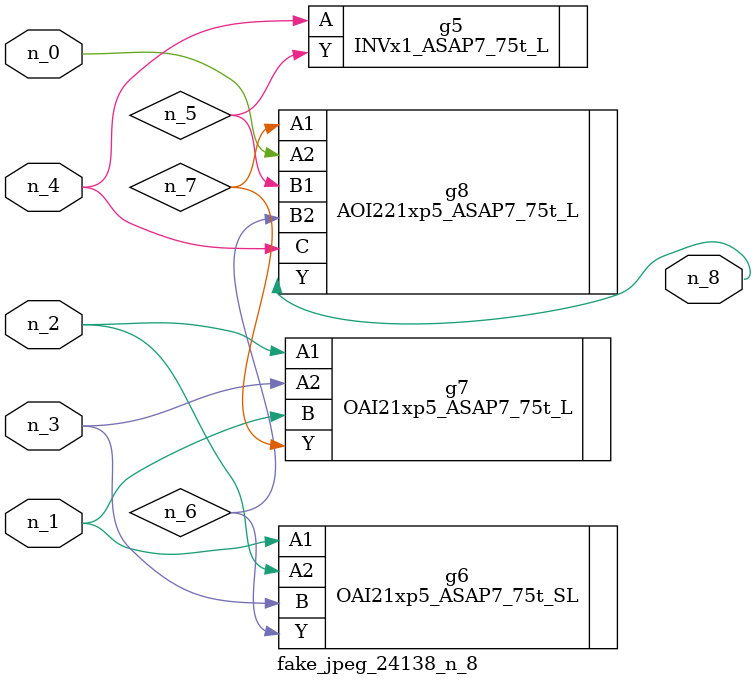
<source format=v>
module fake_jpeg_24138_n_8 (n_3, n_2, n_1, n_0, n_4, n_8);

input n_3;
input n_2;
input n_1;
input n_0;
input n_4;

output n_8;

wire n_6;
wire n_5;
wire n_7;

INVx1_ASAP7_75t_L g5 ( 
.A(n_4),
.Y(n_5)
);

OAI21xp5_ASAP7_75t_SL g6 ( 
.A1(n_1),
.A2(n_2),
.B(n_3),
.Y(n_6)
);

OAI21xp5_ASAP7_75t_L g7 ( 
.A1(n_2),
.A2(n_3),
.B(n_1),
.Y(n_7)
);

AOI221xp5_ASAP7_75t_L g8 ( 
.A1(n_7),
.A2(n_0),
.B1(n_5),
.B2(n_6),
.C(n_4),
.Y(n_8)
);


endmodule
</source>
